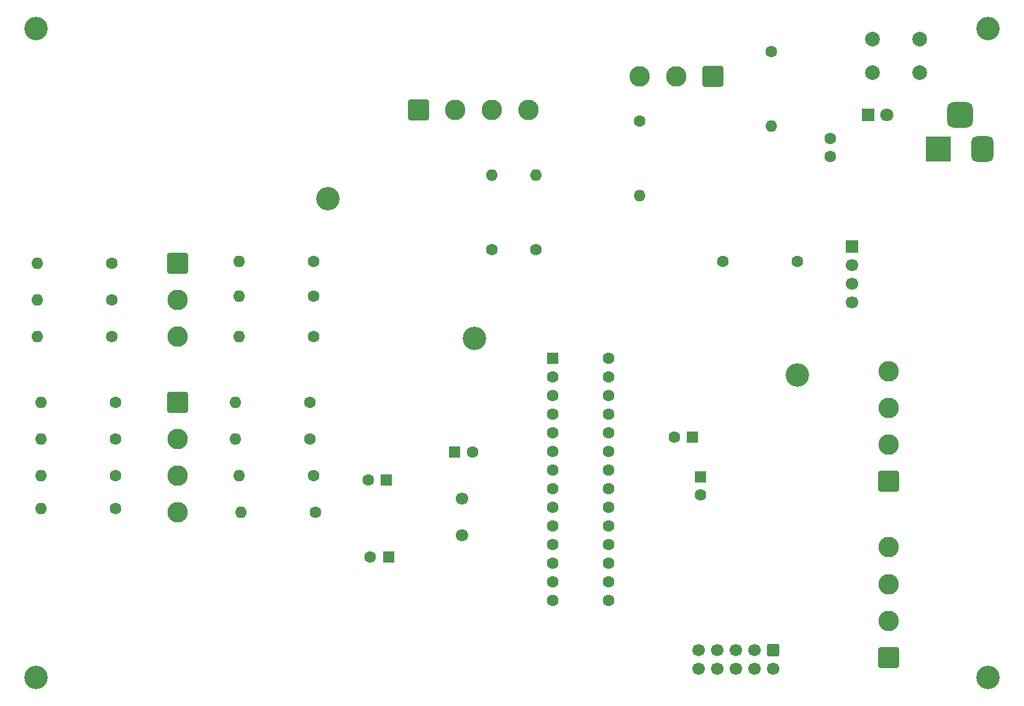
<source format=gbr>
%TF.GenerationSoftware,KiCad,Pcbnew,9.0.1*%
%TF.CreationDate,2025-09-08T23:23:36-04:00*%
%TF.ProjectId,SNAKE_GAME,534e414b-455f-4474-914d-452e6b696361,rev?*%
%TF.SameCoordinates,Original*%
%TF.FileFunction,Soldermask,Top*%
%TF.FilePolarity,Negative*%
%FSLAX46Y46*%
G04 Gerber Fmt 4.6, Leading zero omitted, Abs format (unit mm)*
G04 Created by KiCad (PCBNEW 9.0.1) date 2025-09-08 23:23:36*
%MOMM*%
%LPD*%
G01*
G04 APERTURE LIST*
G04 Aperture macros list*
%AMRoundRect*
0 Rectangle with rounded corners*
0 $1 Rounding radius*
0 $2 $3 $4 $5 $6 $7 $8 $9 X,Y pos of 4 corners*
0 Add a 4 corners polygon primitive as box body*
4,1,4,$2,$3,$4,$5,$6,$7,$8,$9,$2,$3,0*
0 Add four circle primitives for the rounded corners*
1,1,$1+$1,$2,$3*
1,1,$1+$1,$4,$5*
1,1,$1+$1,$6,$7*
1,1,$1+$1,$8,$9*
0 Add four rect primitives between the rounded corners*
20,1,$1+$1,$2,$3,$4,$5,0*
20,1,$1+$1,$4,$5,$6,$7,0*
20,1,$1+$1,$6,$7,$8,$9,0*
20,1,$1+$1,$8,$9,$2,$3,0*%
G04 Aperture macros list end*
%ADD10R,1.800000X1.800000*%
%ADD11C,1.800000*%
%ADD12C,1.600000*%
%ADD13O,1.600000X1.600000*%
%ADD14RoundRect,0.250000X-0.600000X0.600000X-0.600000X-0.600000X0.600000X-0.600000X0.600000X0.600000X0*%
%ADD15C,1.700000*%
%ADD16R,1.600000X1.600000*%
%ADD17RoundRect,0.250001X-1.149999X1.149999X-1.149999X-1.149999X1.149999X-1.149999X1.149999X1.149999X0*%
%ADD18C,2.800000*%
%ADD19C,3.200000*%
%ADD20R,1.700000X1.700000*%
%ADD21R,3.500000X3.500000*%
%ADD22RoundRect,0.750000X0.750000X1.000000X-0.750000X1.000000X-0.750000X-1.000000X0.750000X-1.000000X0*%
%ADD23RoundRect,0.875000X0.875000X0.875000X-0.875000X0.875000X-0.875000X-0.875000X0.875000X-0.875000X0*%
%ADD24RoundRect,0.250001X1.149999X-1.149999X1.149999X1.149999X-1.149999X1.149999X-1.149999X-1.149999X0*%
%ADD25RoundRect,0.250001X-1.149999X-1.149999X1.149999X-1.149999X1.149999X1.149999X-1.149999X1.149999X0*%
%ADD26C,2.000000*%
%ADD27RoundRect,0.250000X-0.550000X-0.550000X0.550000X-0.550000X0.550000X0.550000X-0.550000X0.550000X0*%
%ADD28RoundRect,0.250001X1.149999X1.149999X-1.149999X1.149999X-1.149999X-1.149999X1.149999X-1.149999X0*%
G04 APERTURE END LIST*
D10*
%TO.C,PWR_LED*%
X151730000Y-41750000D03*
D11*
X154270000Y-41750000D03*
%TD*%
D12*
%TO.C,R22*%
X106375000Y-60205000D03*
D13*
X106375000Y-50045000D03*
%TD*%
D12*
%TO.C,R5*%
X76330000Y-96000000D03*
D13*
X66170000Y-96000000D03*
%TD*%
D14*
%TO.C,USBASP*%
X138750000Y-114750000D03*
D15*
X138750000Y-117290000D03*
X136210000Y-114750000D03*
X136210000Y-117290000D03*
X133670000Y-114750000D03*
X133670000Y-117290000D03*
X131130000Y-114750000D03*
X131130000Y-117290000D03*
X128590000Y-114750000D03*
X128590000Y-117290000D03*
%TD*%
D16*
%TO.C,100nF*%
X95294888Y-87750000D03*
D12*
X97794888Y-87750000D03*
%TD*%
D17*
%TO.C,J5*%
X57500000Y-62000000D03*
D18*
X57500000Y-67000000D03*
X57500000Y-72000000D03*
%TD*%
D19*
%TO.C,H7*%
X98000000Y-72250000D03*
%TD*%
D16*
%TO.C,100nF*%
X128815000Y-91110000D03*
D12*
X128815000Y-93610000D03*
%TD*%
%TO.C,R13*%
X76080000Y-72000000D03*
D13*
X65920000Y-72000000D03*
%TD*%
D12*
%TO.C,R1*%
X131840000Y-61750000D03*
X142000000Y-61750000D03*
%TD*%
D20*
%TO.C,UART_TERM*%
X149525000Y-59700000D03*
D15*
X149525000Y-62240000D03*
X149525000Y-64780000D03*
X149525000Y-67320000D03*
%TD*%
D16*
%TO.C,20pF*%
X86020113Y-91610000D03*
D12*
X83520113Y-91610000D03*
%TD*%
%TO.C,220UF1*%
X146500000Y-47500000D03*
X146500000Y-45000000D03*
%TD*%
%TO.C,R4K7*%
X49080000Y-91000000D03*
D13*
X38920000Y-91000000D03*
%TD*%
D12*
%TO.C,R6*%
X76080000Y-61750000D03*
D13*
X65920000Y-61750000D03*
%TD*%
D21*
%TO.C,PJ_102A*%
X161250000Y-46457500D03*
D22*
X167250000Y-46457500D03*
D23*
X164250000Y-41757500D03*
%TD*%
D12*
%TO.C,R4*%
X76080000Y-91000000D03*
D13*
X65920000Y-91000000D03*
%TD*%
D24*
%TO.C,5V*%
X154500000Y-115760000D03*
D18*
X154500000Y-110760000D03*
X154500000Y-105760000D03*
X154500000Y-100760000D03*
%TD*%
D12*
%TO.C,4k7*%
X138500000Y-33170000D03*
D13*
X138500000Y-43330000D03*
%TD*%
D19*
%TO.C,H4*%
X38250000Y-30000000D03*
%TD*%
D16*
%TO.C,100nF*%
X127750000Y-85750000D03*
D12*
X125250000Y-85750000D03*
%TD*%
%TO.C,R3*%
X75580000Y-86000000D03*
D13*
X65420000Y-86000000D03*
%TD*%
D12*
%TO.C,4K7*%
X48580000Y-67000000D03*
D13*
X38420000Y-67000000D03*
%TD*%
D25*
%TO.C,PCF_SCREEN*%
X90375000Y-41125000D03*
D18*
X95375000Y-41125000D03*
X100375000Y-41125000D03*
X105375000Y-41125000D03*
%TD*%
D12*
%TO.C,4K7*%
X49080000Y-95500000D03*
D13*
X38920000Y-95500000D03*
%TD*%
D19*
%TO.C,H3*%
X38250000Y-118500000D03*
%TD*%
D24*
%TO.C,GND*%
X154500000Y-91760000D03*
D18*
X154500000Y-86760000D03*
X154500000Y-81760000D03*
X154500000Y-76760000D03*
%TD*%
D26*
%TO.C,RESET_SWT*%
X152250000Y-31500000D03*
X158750000Y-31500000D03*
X152250000Y-36000000D03*
X158750000Y-36000000D03*
%TD*%
D12*
%TO.C,R7*%
X76080000Y-66500000D03*
D13*
X65920000Y-66500000D03*
%TD*%
D12*
%TO.C,4K7*%
X48580000Y-72000000D03*
D13*
X38420000Y-72000000D03*
%TD*%
D16*
%TO.C,20pF*%
X86315000Y-102110000D03*
D12*
X83815000Y-102110000D03*
%TD*%
%TO.C,4K7*%
X49080000Y-81000000D03*
D13*
X38920000Y-81000000D03*
%TD*%
D19*
%TO.C,H6*%
X78000000Y-53250000D03*
%TD*%
%TO.C,H2*%
X168000000Y-118500000D03*
%TD*%
D17*
%TO.C,JOYSTICK*%
X57500000Y-81000000D03*
D18*
X57500000Y-86000000D03*
X57500000Y-91000000D03*
X57500000Y-96000000D03*
%TD*%
D27*
%TO.C,ATMEGA168*%
X108695000Y-74990000D03*
D12*
X108695000Y-77530000D03*
X108695000Y-80070000D03*
X108695000Y-82610000D03*
X108695000Y-85150000D03*
X108695000Y-87690000D03*
X108695000Y-90230000D03*
X108695000Y-92770000D03*
X108695000Y-95310000D03*
X108695000Y-97850000D03*
X108695000Y-100390000D03*
X108695000Y-102930000D03*
X108695000Y-105470000D03*
X108695000Y-108010000D03*
X116315000Y-108010000D03*
X116315000Y-105470000D03*
X116315000Y-102930000D03*
X116315000Y-100390000D03*
X116315000Y-97850000D03*
X116315000Y-95310000D03*
X116315000Y-92770000D03*
X116315000Y-90230000D03*
X116315000Y-87690000D03*
X116315000Y-85150000D03*
X116315000Y-82610000D03*
X116315000Y-80070000D03*
X116315000Y-77530000D03*
X116315000Y-74990000D03*
%TD*%
D28*
%TO.C,GRID*%
X130500000Y-36500000D03*
D18*
X125500000Y-36500000D03*
X120500000Y-36500000D03*
%TD*%
D19*
%TO.C,H1*%
X168000000Y-30000000D03*
%TD*%
D15*
%TO.C,20MHz*%
X96315000Y-99110000D03*
X96315000Y-94110000D03*
%TD*%
D12*
%TO.C,4K7*%
X49080000Y-86000000D03*
D13*
X38920000Y-86000000D03*
%TD*%
D12*
%TO.C,R21*%
X100375000Y-60125000D03*
D13*
X100375000Y-49965000D03*
%TD*%
D12*
%TO.C,R2*%
X75580000Y-81000000D03*
D13*
X65420000Y-81000000D03*
%TD*%
D12*
%TO.C,R24*%
X120500000Y-42670000D03*
D13*
X120500000Y-52830000D03*
%TD*%
D19*
%TO.C,H5*%
X142000000Y-77250000D03*
%TD*%
D12*
%TO.C,R4K7*%
X48580000Y-62000000D03*
D13*
X38420000Y-62000000D03*
%TD*%
M02*

</source>
